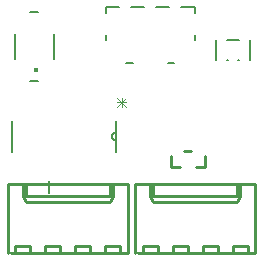
<source format=gto>
G75*
%MOIN*%
%OFA0B0*%
%FSLAX25Y25*%
%IPPOS*%
%LPD*%
%AMOC8*
5,1,8,0,0,1.08239X$1,22.5*
%
%ADD10C,0.01000*%
%ADD11C,0.00600*%
%ADD12C,0.00300*%
%ADD13C,0.00800*%
%ADD14C,0.01433*%
%ADD15C,0.00500*%
D10*
X0002894Y0009606D02*
X0002894Y0021106D01*
X0002894Y0032606D01*
X0007894Y0032606D01*
X0007894Y0028606D01*
X0008894Y0026606D01*
X0036894Y0026606D01*
X0037894Y0028606D01*
X0037894Y0032606D01*
X0036894Y0032606D02*
X0036894Y0028606D01*
X0037894Y0028606D01*
X0036894Y0028606D02*
X0008894Y0028606D01*
X0008894Y0032606D01*
X0007894Y0032606D02*
X0012894Y0032606D01*
X0042894Y0032606D01*
X0042894Y0021106D01*
X0042894Y0009606D01*
X0040394Y0009606D01*
X0040394Y0012106D01*
X0035394Y0012106D01*
X0035394Y0009606D01*
X0030394Y0009606D01*
X0030394Y0012106D01*
X0025394Y0012106D01*
X0025394Y0009606D01*
X0020394Y0009606D01*
X0005394Y0009606D01*
X0005394Y0012106D01*
X0010394Y0012106D01*
X0010394Y0009606D01*
X0015394Y0009606D01*
X0015394Y0012106D01*
X0020394Y0012106D01*
X0020394Y0009606D01*
X0012394Y0009606D02*
X0042894Y0009606D01*
X0045394Y0009606D02*
X0045394Y0021106D01*
X0045394Y0032606D01*
X0050394Y0032606D01*
X0050394Y0028606D01*
X0051394Y0026606D01*
X0079394Y0026606D01*
X0080394Y0028606D01*
X0080394Y0032606D01*
X0079394Y0032606D02*
X0079394Y0028606D01*
X0080394Y0028606D01*
X0079394Y0028606D02*
X0051394Y0028606D01*
X0051394Y0032606D01*
X0050394Y0032606D02*
X0055394Y0032606D01*
X0085394Y0032606D01*
X0085394Y0021106D01*
X0085394Y0009606D01*
X0082894Y0009606D01*
X0082894Y0012106D01*
X0077894Y0012106D01*
X0077894Y0009606D01*
X0072894Y0009606D01*
X0072894Y0012106D01*
X0067894Y0012106D01*
X0067894Y0009606D01*
X0062894Y0009606D01*
X0047894Y0009606D01*
X0047894Y0012106D01*
X0052894Y0012106D01*
X0052894Y0009606D01*
X0057894Y0009606D01*
X0057894Y0012106D01*
X0062894Y0012106D01*
X0062894Y0009606D01*
X0054894Y0009606D02*
X0085394Y0009606D01*
X0051394Y0028606D02*
X0050394Y0028606D01*
X0057294Y0038506D02*
X0060294Y0038506D01*
X0057294Y0038506D02*
X0057294Y0042106D01*
X0061694Y0043706D02*
X0064094Y0043706D01*
X0068494Y0042106D02*
X0068494Y0038506D01*
X0065494Y0038506D01*
X0047894Y0009606D02*
X0046394Y0009606D01*
X0008894Y0028606D02*
X0007894Y0028606D01*
X0005394Y0009606D02*
X0003894Y0009606D01*
D11*
X0016744Y0029806D02*
X0016744Y0033706D01*
X0004444Y0043506D02*
X0004444Y0053706D01*
X0038844Y0053706D02*
X0038844Y0049806D01*
X0038844Y0047406D01*
X0038844Y0043506D01*
X0038844Y0047406D02*
X0038775Y0047408D01*
X0038707Y0047414D01*
X0038639Y0047424D01*
X0038572Y0047437D01*
X0038506Y0047455D01*
X0038441Y0047476D01*
X0038377Y0047501D01*
X0038315Y0047529D01*
X0038254Y0047561D01*
X0038195Y0047596D01*
X0038139Y0047635D01*
X0038084Y0047677D01*
X0038033Y0047722D01*
X0037983Y0047770D01*
X0037937Y0047820D01*
X0037894Y0047873D01*
X0037853Y0047929D01*
X0037816Y0047986D01*
X0037783Y0048046D01*
X0037752Y0048108D01*
X0037726Y0048171D01*
X0037703Y0048235D01*
X0037683Y0048301D01*
X0037668Y0048368D01*
X0037656Y0048435D01*
X0037648Y0048503D01*
X0037644Y0048572D01*
X0037644Y0048640D01*
X0037648Y0048709D01*
X0037656Y0048777D01*
X0037668Y0048844D01*
X0037683Y0048911D01*
X0037703Y0048977D01*
X0037726Y0049041D01*
X0037752Y0049104D01*
X0037783Y0049166D01*
X0037816Y0049226D01*
X0037853Y0049283D01*
X0037894Y0049339D01*
X0037937Y0049392D01*
X0037983Y0049442D01*
X0038033Y0049490D01*
X0038084Y0049535D01*
X0038139Y0049577D01*
X0038195Y0049616D01*
X0038254Y0049651D01*
X0038315Y0049683D01*
X0038377Y0049711D01*
X0038441Y0049736D01*
X0038506Y0049757D01*
X0038572Y0049775D01*
X0038639Y0049788D01*
X0038707Y0049798D01*
X0038775Y0049804D01*
X0038844Y0049806D01*
X0072296Y0074167D02*
X0072296Y0080545D01*
X0075839Y0080545D02*
X0079949Y0080545D01*
X0083493Y0080545D02*
X0083493Y0074167D01*
X0079949Y0074167D02*
X0079579Y0074167D01*
X0076209Y0074167D02*
X0075839Y0074167D01*
D12*
X0042414Y0061456D02*
X0039278Y0058320D01*
X0039278Y0059888D02*
X0042414Y0059888D01*
X0042414Y0058320D02*
X0039278Y0061456D01*
X0040846Y0061456D02*
X0040846Y0058320D01*
D13*
X0018140Y0074472D02*
X0018140Y0082740D01*
X0012825Y0090023D02*
X0010463Y0090023D01*
X0005148Y0082740D02*
X0005148Y0074472D01*
X0010463Y0067189D02*
X0012825Y0067189D01*
D14*
X0012431Y0070535D03*
D15*
X0012394Y0009606D02*
X0002894Y0009606D01*
X0007894Y0031106D02*
X0007894Y0032606D01*
X0008894Y0032606D01*
X0045394Y0009606D02*
X0054894Y0009606D01*
X0050394Y0031106D02*
X0050394Y0032606D01*
X0051394Y0032606D01*
X0056300Y0072917D02*
X0058465Y0072917D01*
X0065158Y0080791D02*
X0065158Y0082366D01*
X0065158Y0089846D02*
X0065158Y0091815D01*
X0060729Y0091815D01*
X0056792Y0091815D02*
X0052363Y0091815D01*
X0048426Y0091815D02*
X0043996Y0091815D01*
X0040059Y0091815D02*
X0035630Y0091815D01*
X0035630Y0089846D01*
X0035630Y0082366D02*
X0035630Y0080791D01*
X0042323Y0072917D02*
X0044489Y0072917D01*
M02*

</source>
